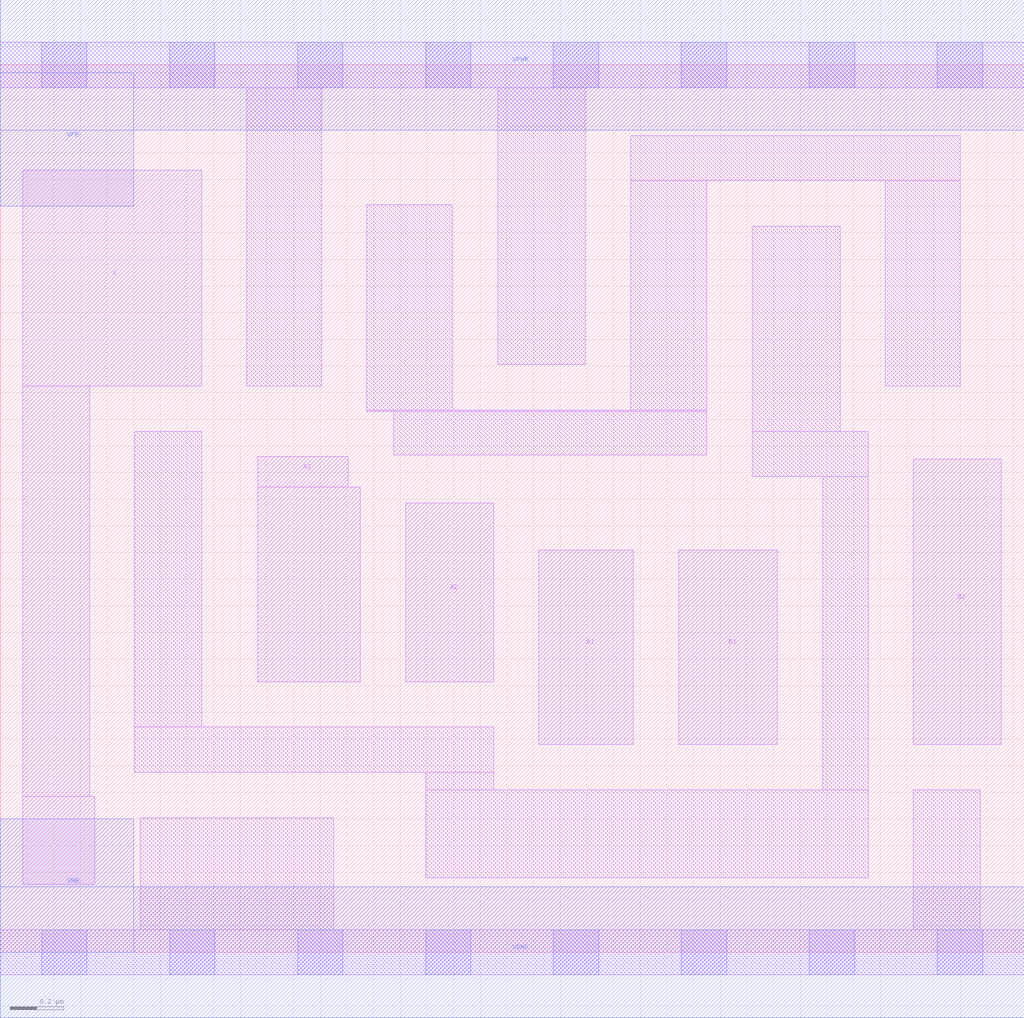
<source format=lef>
# Copyright 2020 The SkyWater PDK Authors
#
# Licensed under the Apache License, Version 2.0 (the "License");
# you may not use this file except in compliance with the License.
# You may obtain a copy of the License at
#
#     https://www.apache.org/licenses/LICENSE-2.0
#
# Unless required by applicable law or agreed to in writing, software
# distributed under the License is distributed on an "AS IS" BASIS,
# WITHOUT WARRANTIES OR CONDITIONS OF ANY KIND, either express or implied.
# See the License for the specific language governing permissions and
# limitations under the License.
#
# SPDX-License-Identifier: Apache-2.0

VERSION 5.5 ;
NAMESCASESENSITIVE ON ;
BUSBITCHARS "[]" ;
DIVIDERCHAR "/" ;
MACRO sky130_fd_sc_lp__a32o_0
  CLASS CORE ;
  SOURCE USER ;
  ORIGIN  0.000000  0.000000 ;
  SIZE  3.840000 BY  3.330000 ;
  SYMMETRY X Y R90 ;
  SITE unit ;
  PIN A1
    ANTENNAGATEAREA  0.159000 ;
    DIRECTION INPUT ;
    USE SIGNAL ;
    PORT
      LAYER li1 ;
        RECT 2.020000 0.780000 2.375000 1.510000 ;
    END
  END A1
  PIN A2
    ANTENNAGATEAREA  0.159000 ;
    DIRECTION INPUT ;
    USE SIGNAL ;
    PORT
      LAYER li1 ;
        RECT 1.520000 1.015000 1.850000 1.685000 ;
    END
  END A2
  PIN A3
    ANTENNAGATEAREA  0.159000 ;
    DIRECTION INPUT ;
    USE SIGNAL ;
    PORT
      LAYER li1 ;
        RECT 0.965000 1.015000 1.350000 1.745000 ;
        RECT 0.965000 1.745000 1.305000 1.860000 ;
    END
  END A3
  PIN B1
    ANTENNAGATEAREA  0.159000 ;
    DIRECTION INPUT ;
    USE SIGNAL ;
    PORT
      LAYER li1 ;
        RECT 2.545000 0.780000 2.915000 1.510000 ;
    END
  END B1
  PIN B2
    ANTENNAGATEAREA  0.159000 ;
    DIRECTION INPUT ;
    USE SIGNAL ;
    PORT
      LAYER li1 ;
        RECT 3.425000 0.780000 3.755000 1.850000 ;
    END
  END B2
  PIN X
    ANTENNADIFFAREA  0.280900 ;
    DIRECTION OUTPUT ;
    USE SIGNAL ;
    PORT
      LAYER li1 ;
        RECT 0.085000 0.255000 0.355000 0.585000 ;
        RECT 0.085000 0.585000 0.335000 2.125000 ;
        RECT 0.085000 2.125000 0.755000 2.935000 ;
    END
  END X
  PIN VGND
    DIRECTION INOUT ;
    USE GROUND ;
    PORT
      LAYER met1 ;
        RECT 0.000000 -0.245000 3.840000 0.245000 ;
    END
  END VGND
  PIN VNB
    DIRECTION INOUT ;
    USE GROUND ;
    PORT
    END
  END VNB
  PIN VPB
    DIRECTION INOUT ;
    USE POWER ;
    PORT
    END
  END VPB
  PIN VNB
    DIRECTION INOUT ;
    USE GROUND ;
    PORT
      LAYER met1 ;
        RECT 0.000000 0.000000 0.500000 0.500000 ;
    END
  END VNB
  PIN VPB
    DIRECTION INOUT ;
    USE POWER ;
    PORT
      LAYER met1 ;
        RECT 0.000000 2.800000 0.500000 3.300000 ;
    END
  END VPB
  PIN VPWR
    DIRECTION INOUT ;
    USE POWER ;
    PORT
      LAYER met1 ;
        RECT 0.000000 3.085000 3.840000 3.575000 ;
    END
  END VPWR
  OBS
    LAYER li1 ;
      RECT 0.000000 -0.085000 3.840000 0.085000 ;
      RECT 0.000000  3.245000 3.840000 3.415000 ;
      RECT 0.505000  0.675000 1.850000 0.845000 ;
      RECT 0.505000  0.845000 0.755000 1.955000 ;
      RECT 0.525000  0.085000 1.250000 0.505000 ;
      RECT 0.925000  2.125000 1.205000 3.245000 ;
      RECT 1.375000  2.030000 2.650000 2.035000 ;
      RECT 1.375000  2.035000 1.695000 2.805000 ;
      RECT 1.475000  1.865000 2.650000 2.030000 ;
      RECT 1.595000  0.280000 3.255000 0.610000 ;
      RECT 1.595000  0.610000 1.850000 0.675000 ;
      RECT 1.865000  2.205000 2.195000 3.245000 ;
      RECT 2.365000  2.035000 2.650000 2.895000 ;
      RECT 2.365000  2.895000 3.600000 3.065000 ;
      RECT 2.820000  1.785000 3.255000 1.955000 ;
      RECT 2.820000  1.955000 3.150000 2.725000 ;
      RECT 3.085000  0.610000 3.255000 1.785000 ;
      RECT 3.320000  2.125000 3.600000 2.895000 ;
      RECT 3.425000  0.085000 3.675000 0.610000 ;
    LAYER mcon ;
      RECT 0.155000 -0.085000 0.325000 0.085000 ;
      RECT 0.155000  3.245000 0.325000 3.415000 ;
      RECT 0.635000 -0.085000 0.805000 0.085000 ;
      RECT 0.635000  3.245000 0.805000 3.415000 ;
      RECT 1.115000 -0.085000 1.285000 0.085000 ;
      RECT 1.115000  3.245000 1.285000 3.415000 ;
      RECT 1.595000 -0.085000 1.765000 0.085000 ;
      RECT 1.595000  3.245000 1.765000 3.415000 ;
      RECT 2.075000 -0.085000 2.245000 0.085000 ;
      RECT 2.075000  3.245000 2.245000 3.415000 ;
      RECT 2.555000 -0.085000 2.725000 0.085000 ;
      RECT 2.555000  3.245000 2.725000 3.415000 ;
      RECT 3.035000 -0.085000 3.205000 0.085000 ;
      RECT 3.035000  3.245000 3.205000 3.415000 ;
      RECT 3.515000 -0.085000 3.685000 0.085000 ;
      RECT 3.515000  3.245000 3.685000 3.415000 ;
  END
END sky130_fd_sc_lp__a32o_0
END LIBRARY

</source>
